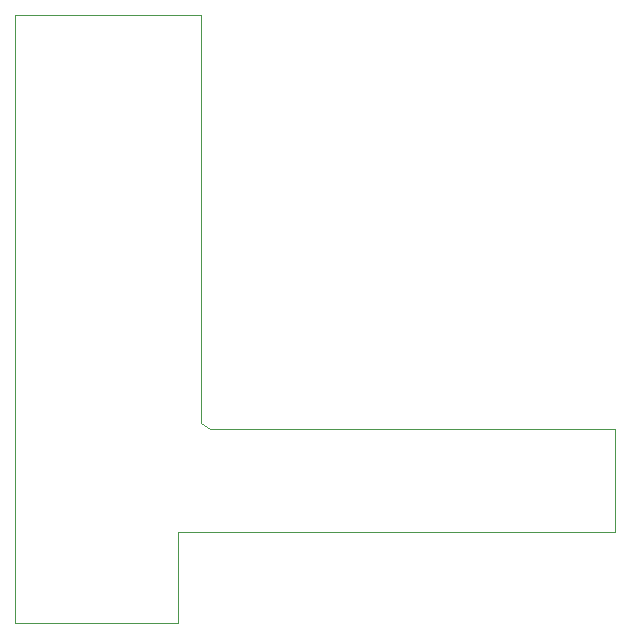
<source format=gbr>
G04 #@! TF.GenerationSoftware,KiCad,Pcbnew,5.1.4-5.1.4*
G04 #@! TF.CreationDate,2019-09-27T17:33:58+02:00*
G04 #@! TF.ProjectId,Backcover,4261636b-636f-4766-9572-2e6b69636164,rev?*
G04 #@! TF.SameCoordinates,Original*
G04 #@! TF.FileFunction,Profile,NP*
%FSLAX46Y46*%
G04 Gerber Fmt 4.6, Leading zero omitted, Abs format (unit mm)*
G04 Created by KiCad (PCBNEW 5.1.4-5.1.4) date 2019-09-27 17:33:58*
%MOMM*%
%LPD*%
G04 APERTURE LIST*
%ADD10C,0.050000*%
G04 APERTURE END LIST*
D10*
X57250000Y16500000D02*
X56750000Y16500000D01*
X57250000Y7750000D02*
X57250000Y16500000D01*
X56750000Y7750000D02*
X57250000Y7750000D01*
X22250000Y51500000D02*
X6500000Y51500000D01*
X22250000Y17000000D02*
X22250000Y51500000D01*
X23000000Y16500000D02*
X22250000Y17000000D01*
X56750000Y16500000D02*
X23000000Y16500000D01*
X20250000Y7750000D02*
X56750000Y7750000D01*
X20250000Y0D02*
X20250000Y7750000D01*
X6500000Y0D02*
X20250000Y0D01*
X6500000Y51500000D02*
X6500000Y0D01*
M02*

</source>
